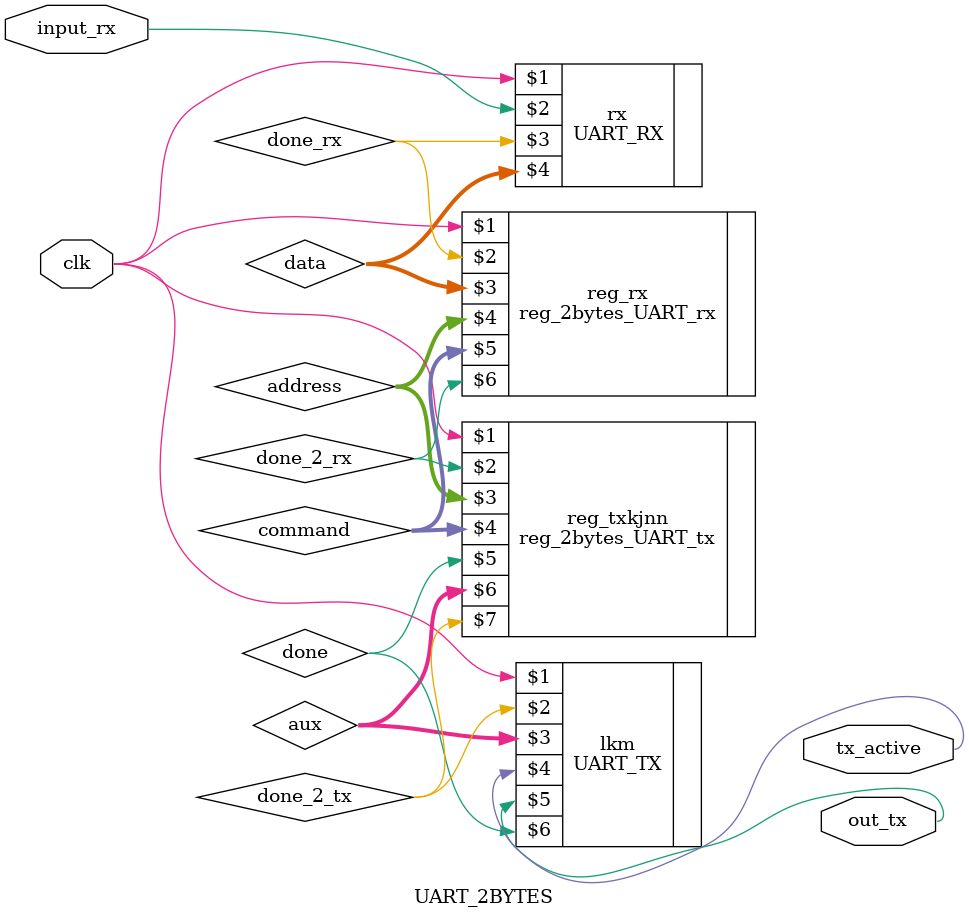
<source format=v>
module UART_2BYTES(
    input        clk,
    input        input_rx,
	output       tx_active,
    output       out_tx
);

	 wire        done_rx, done_2_rx, done_2_tx, done;
	 wire [7:0]  data, address, command;
	
	 wire  [7:0]  aux;
	
    UART_RX rx(clk, input_rx, done_rx, data);
    reg_2bytes_UART_rx reg_rx(clk, done_rx, data, address, command, done_2_rx);

    reg_2bytes_UART_tx reg_txkjnn(clk, done_2_rx, address, command, done, aux, done_2_tx);
    UART_TX lkm(clk, done_2_tx, aux, tx_active, out_tx, done);
    
    
endmodule
</source>
